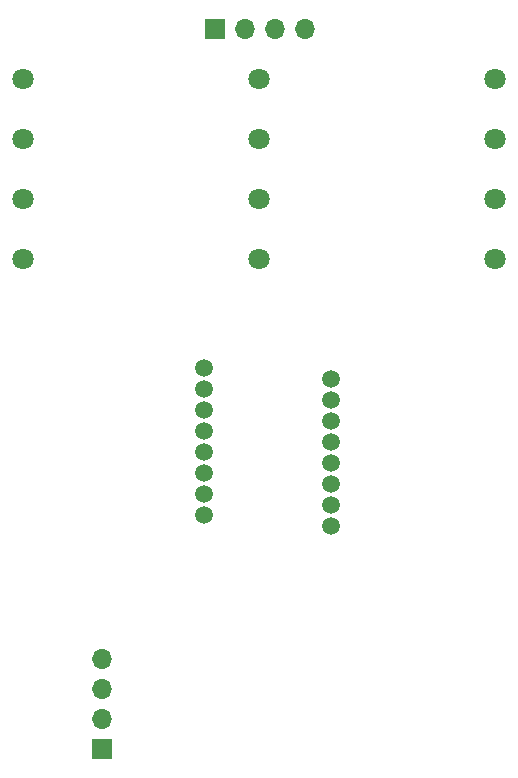
<source format=gbr>
%TF.GenerationSoftware,KiCad,Pcbnew,7.0.8*%
%TF.CreationDate,2024-03-02T19:00:57+02:00*%
%TF.ProjectId,mouse_hardware,6d6f7573-655f-4686-9172-64776172652e,rev?*%
%TF.SameCoordinates,Original*%
%TF.FileFunction,Soldermask,Bot*%
%TF.FilePolarity,Negative*%
%FSLAX46Y46*%
G04 Gerber Fmt 4.6, Leading zero omitted, Abs format (unit mm)*
G04 Created by KiCad (PCBNEW 7.0.8) date 2024-03-02 19:00:57*
%MOMM*%
%LPD*%
G01*
G04 APERTURE LIST*
%ADD10C,1.800000*%
%ADD11R,1.700000X1.700000*%
%ADD12O,1.700000X1.700000*%
%ADD13C,1.504000*%
G04 APERTURE END LIST*
D10*
%TO.C,S3*%
X37149000Y-30480000D03*
X37149000Y-35560000D03*
X37149000Y-40640000D03*
%TD*%
%TO.C,S2*%
X57149000Y-30480000D03*
X57149000Y-35560000D03*
X57149000Y-40640000D03*
%TD*%
%TO.C,S1*%
X17149000Y-30480000D03*
X17149000Y-35560000D03*
X17149000Y-40640000D03*
%TD*%
D11*
%TO.C,J2*%
X23866000Y-82156000D03*
D12*
X23866000Y-79616000D03*
X23866000Y-77076000D03*
X23866000Y-74536000D03*
%TD*%
D11*
%TO.C,J1*%
X33424000Y-21129000D03*
D12*
X35964000Y-21129000D03*
X38504000Y-21129000D03*
X41044000Y-21129000D03*
%TD*%
D10*
%TO.C,H3*%
X17149000Y-25400000D03*
%TD*%
%TO.C,H2*%
X37149000Y-25400000D03*
%TD*%
%TO.C,H1*%
X57149000Y-25400000D03*
%TD*%
D13*
%TO.C,U2*%
X32517000Y-49889000D03*
X32517000Y-51669000D03*
X32517000Y-53449000D03*
X32517000Y-55229000D03*
X32517000Y-57009000D03*
X32517000Y-58789000D03*
X32517000Y-60569000D03*
X32517000Y-62349000D03*
X43217000Y-63239000D03*
X43217000Y-61459000D03*
X43217000Y-59679000D03*
X43217000Y-57899000D03*
X43217000Y-56119000D03*
X43217000Y-54339000D03*
X43217000Y-52559000D03*
X43217000Y-50779000D03*
%TD*%
M02*

</source>
